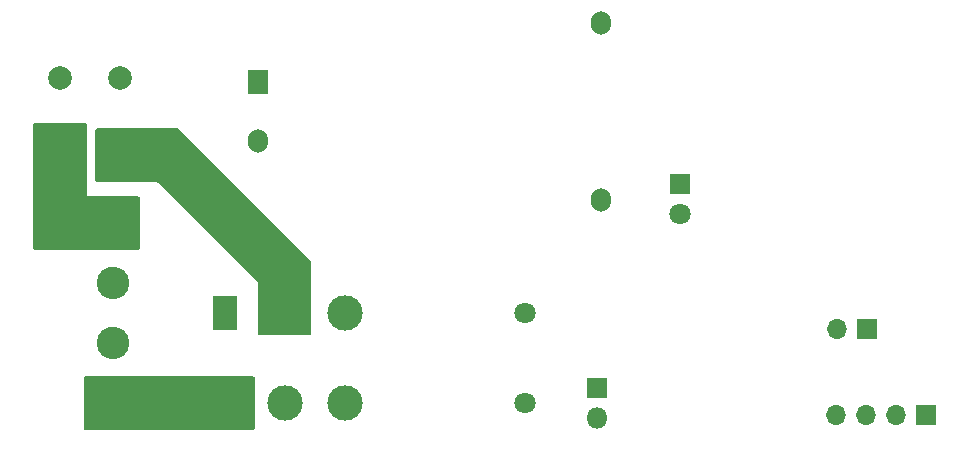
<source format=gbs>
%TF.GenerationSoftware,KiCad,Pcbnew,8.0.2*%
%TF.CreationDate,2024-05-13T19:00:29+03:00*%
%TF.ProjectId,WiFiRelay,57694669-5265-46c6-9179-2e6b69636164,rev?*%
%TF.SameCoordinates,Original*%
%TF.FileFunction,Soldermask,Bot*%
%TF.FilePolarity,Negative*%
%FSLAX46Y46*%
G04 Gerber Fmt 4.6, Leading zero omitted, Abs format (unit mm)*
G04 Created by KiCad (PCBNEW 8.0.2) date 2024-05-13 19:00:29*
%MOMM*%
%LPD*%
G01*
G04 APERTURE LIST*
G04 Aperture macros list*
%AMRoundRect*
0 Rectangle with rounded corners*
0 $1 Rounding radius*
0 $2 $3 $4 $5 $6 $7 $8 $9 X,Y pos of 4 corners*
0 Add a 4 corners polygon primitive as box body*
4,1,4,$2,$3,$4,$5,$6,$7,$8,$9,$2,$3,0*
0 Add four circle primitives for the rounded corners*
1,1,$1+$1,$2,$3*
1,1,$1+$1,$4,$5*
1,1,$1+$1,$6,$7*
1,1,$1+$1,$8,$9*
0 Add four rect primitives between the rounded corners*
20,1,$1+$1,$2,$3,$4,$5,0*
20,1,$1+$1,$4,$5,$6,$7,0*
20,1,$1+$1,$6,$7,$8,$9,0*
20,1,$1+$1,$8,$9,$2,$3,0*%
G04 Aperture macros list end*
%ADD10R,1.700000X1.700000*%
%ADD11O,1.700000X1.700000*%
%ADD12C,2.000000*%
%ADD13RoundRect,0.102000X-1.275000X1.275000X-1.275000X-1.275000X1.275000X-1.275000X1.275000X1.275000X0*%
%ADD14C,2.754000*%
%ADD15R,1.700000X2.000000*%
%ADD16O,1.700000X2.000000*%
%ADD17C,1.800000*%
%ADD18R,2.000000X3.000000*%
%ADD19C,3.000000*%
%ADD20R,1.800000X1.800000*%
%ADD21O,1.800000X1.800000*%
G04 APERTURE END LIST*
D10*
%TO.C,UART1*%
X141830000Y-125250000D03*
D11*
X139290000Y-125250000D03*
X136750000Y-125250000D03*
X134210000Y-125250000D03*
%TD*%
D10*
%TO.C,SW2*%
X136830000Y-118000000D03*
D11*
X134290000Y-118000000D03*
%TD*%
D12*
%TO.C,F1*%
X68460000Y-103000000D03*
X73540000Y-103010000D03*
%TD*%
D13*
%TO.C,J2*%
X73000000Y-109000000D03*
D14*
X73000000Y-114080000D03*
X73000000Y-119160000D03*
X73000000Y-124240000D03*
%TD*%
D15*
%TO.C,PS1*%
X85252500Y-97042500D03*
D16*
X85252500Y-102042500D03*
X114332500Y-92042500D03*
X114332500Y-107042500D03*
%TD*%
D12*
%TO.C,F2*%
X68460000Y-96750000D03*
X73540000Y-96760000D03*
%TD*%
D17*
%TO.C,K1*%
X107880000Y-116650000D03*
X107880000Y-124250000D03*
D18*
X82500000Y-116650000D03*
X82500000Y-124250000D03*
D19*
X87580000Y-116650000D03*
X87580000Y-124250000D03*
X92660000Y-116650000D03*
X92660000Y-124250000D03*
%TD*%
D20*
%TO.C,D2*%
X121000000Y-105725000D03*
D17*
X121000000Y-108265000D03*
%TD*%
D20*
%TO.C,D1*%
X114000000Y-123000000D03*
D21*
X114000000Y-125540000D03*
%TD*%
G36*
X84943039Y-122019685D02*
G01*
X84988794Y-122072489D01*
X85000000Y-122124000D01*
X85000000Y-126376000D01*
X84980315Y-126443039D01*
X84927511Y-126488794D01*
X84876000Y-126500000D01*
X70624000Y-126500000D01*
X70556961Y-126480315D01*
X70511206Y-126427511D01*
X70500000Y-126376000D01*
X70500000Y-122124000D01*
X70519685Y-122056961D01*
X70572489Y-122011206D01*
X70624000Y-122000000D01*
X84876000Y-122000000D01*
X84943039Y-122019685D01*
G37*
G36*
X78515677Y-101019685D02*
G01*
X78536319Y-101036319D01*
X89713681Y-112213681D01*
X89747166Y-112275004D01*
X89750000Y-112301362D01*
X89750000Y-118376000D01*
X89730315Y-118443039D01*
X89677511Y-118488794D01*
X89626000Y-118500000D01*
X85374000Y-118500000D01*
X85306961Y-118480315D01*
X85261206Y-118427511D01*
X85250000Y-118376000D01*
X85250000Y-114000000D01*
X76750000Y-105500000D01*
X71624000Y-105500000D01*
X71556961Y-105480315D01*
X71511206Y-105427511D01*
X71500000Y-105376000D01*
X71500000Y-101124000D01*
X71519685Y-101056961D01*
X71572489Y-101011206D01*
X71624000Y-101000000D01*
X78448638Y-101000000D01*
X78515677Y-101019685D01*
G37*
G36*
X70693039Y-100519685D02*
G01*
X70738794Y-100572489D01*
X70750000Y-100624000D01*
X70750000Y-106750000D01*
X75126000Y-106750000D01*
X75193039Y-106769685D01*
X75238794Y-106822489D01*
X75250000Y-106874000D01*
X75250000Y-111126000D01*
X75230315Y-111193039D01*
X75177511Y-111238794D01*
X75126000Y-111250000D01*
X66374000Y-111250000D01*
X66306961Y-111230315D01*
X66261206Y-111177511D01*
X66250000Y-111126000D01*
X66250000Y-100624000D01*
X66269685Y-100556961D01*
X66322489Y-100511206D01*
X66374000Y-100500000D01*
X70626000Y-100500000D01*
X70693039Y-100519685D01*
G37*
M02*

</source>
